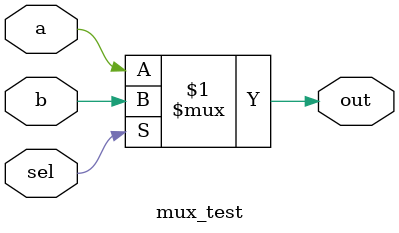
<source format=v>

`timescale 1ns / 1ps

module mux_test( 
    input a, b, sel,
    output out );
    
    assign out = (sel) ? b : a;
    
endmodule
</source>
